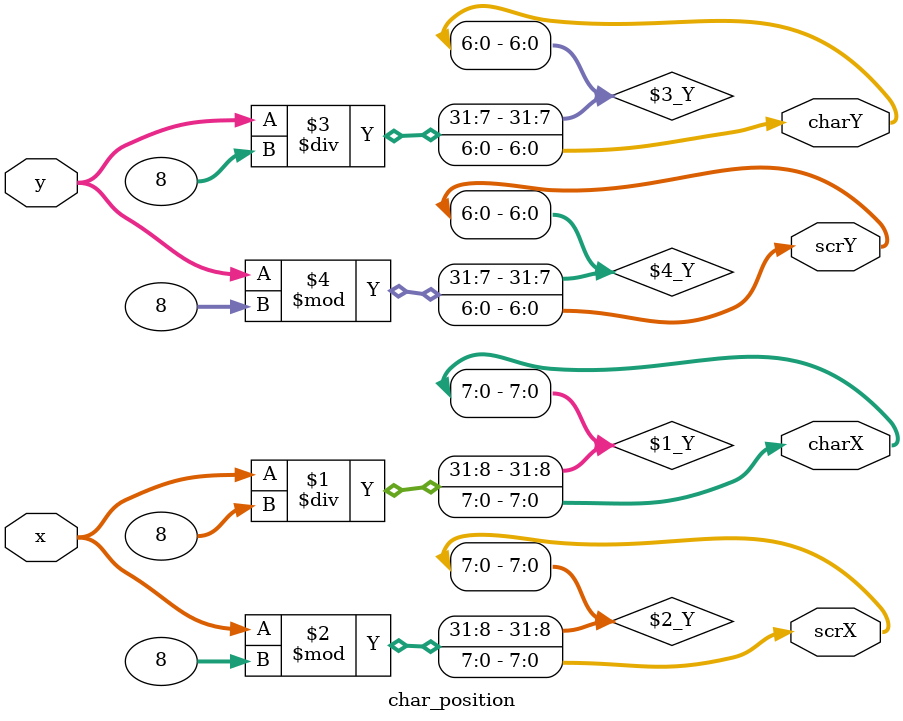
<source format=sv>
module char_position(
    input [9:0] x, y,          // Entradas de posición de píxeles
    output [7:0] charX, scrX,  // Salidas para la posición del carácter X y la posición del píxel en el carácter
    output [6:0] charY, scrY   // Salidas para la posición del carácter Y y la posición del píxel en el carácter
);

    localparam CHAR_WIDTH = 8;
    localparam CHAR_HEIGHT = 8;

    // Calcular las posiciones de carácter y píxel dentro del carácter
    // Usando la división entera y el módulo para determinar las posiciones
    assign charX = x / CHAR_WIDTH;   // Índice de columna del carácter
    assign scrX = x % CHAR_WIDTH;    // Posición X dentro del carácter

    assign charY = y / CHAR_HEIGHT;  // Índice de fila del carácter
    assign scrY = y % CHAR_HEIGHT;   // Posición Y dentro del carácter

endmodule

</source>
